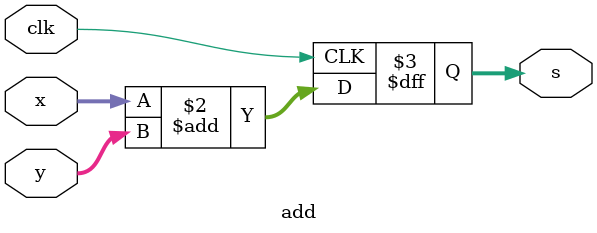
<source format=v>
module add(
	input			clk,
	input		[7:0]	x,
	input		[7:0]	y,
	output	reg	[7:0]	s
);
	always @(posedge clk) begin
		s <= x + y;
	end
endmodule

</source>
